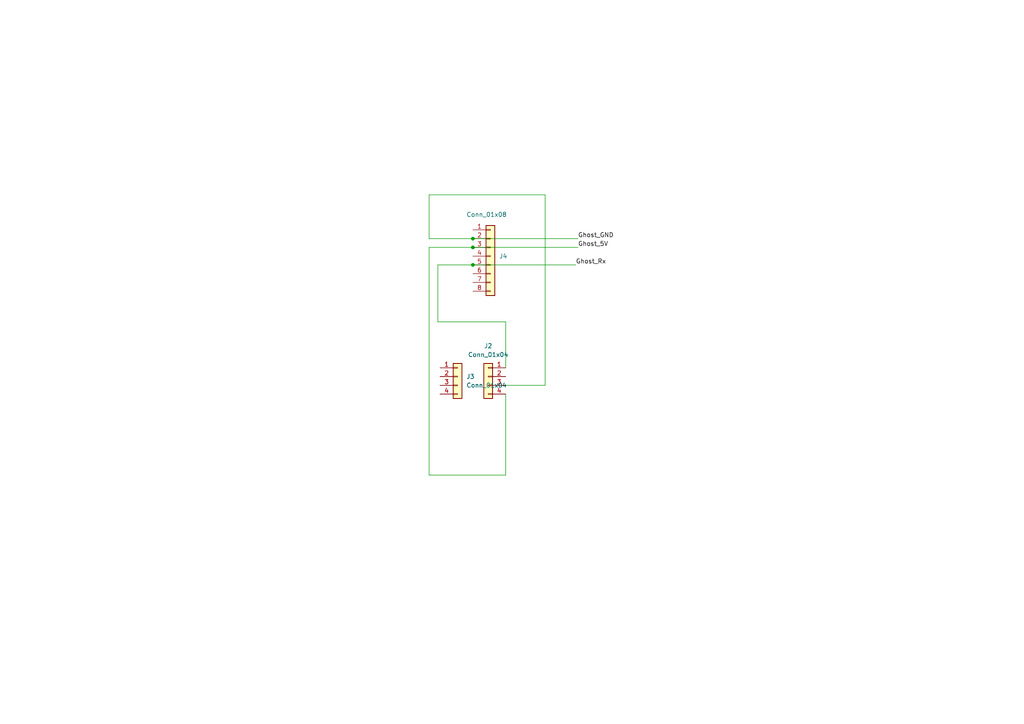
<source format=kicad_sch>
(kicad_sch (version 20230121) (generator eeschema)
  (paper "A4")
  (lib_symbols
    (symbol "Connector_Generic:Conn_01x04" (pin_names (offset 1.016) hide)
      (property "Reference" "J" (at 0 5.08 0))
      (property "Value" "Conn_01x04" (at 0 -7.62 0))
      (symbol "Conn_01x04_1_1"
        (rectangle (start -1.27 -4.953) (end 0 -5.207) (stroke (width 0.1524)))
        (rectangle (start -1.27 -2.413) (end 0 -2.667) (stroke (width 0.1524)))
        (rectangle (start -1.27 0.127) (end 0 -0.127) (stroke (width 0.1524)))
        (rectangle (start -1.27 2.667) (end 0 2.413) (stroke (width 0.1524)))
        (rectangle (start -1.27 3.81) (end 1.27 -6.35) (stroke (width 0.254)) (fill (type background)))
        (pin passive line (at -5.08 2.54 0) (length 3.81) (name "Pin_1") (number "1"))
        (pin passive line (at -5.08 0 0) (length 3.81) (name "Pin_2") (number "2"))
        (pin passive line (at -5.08 -2.54 0) (length 3.81) (name "Pin_3") (number "3"))
        (pin passive line (at -5.08 -5.08 0) (length 3.81) (name "Pin_4") (number "4"))
      )
    )
    (symbol "Connector_Generic:Conn_01x08" (pin_names (offset 1.016) hide)
      (property "Reference" "J" (at 0 10.16 0))
      (property "Value" "Conn_01x08" (at 0 -12.7 0))
      (symbol "Conn_01x08_1_1"
        (rectangle (start -1.27 -10.033) (end 0 -10.287) (stroke (width 0.1524)))
        (rectangle (start -1.27 -7.493) (end 0 -7.747) (stroke (width 0.1524)))
        (rectangle (start -1.27 -4.953) (end 0 -5.207) (stroke (width 0.1524)))
        (rectangle (start -1.27 -2.413) (end 0 -2.667) (stroke (width 0.1524)))
        (rectangle (start -1.27 0.127) (end 0 -0.127) (stroke (width 0.1524)))
        (rectangle (start -1.27 2.667) (end 0 2.413) (stroke (width 0.1524)))
        (rectangle (start -1.27 5.207) (end 0 4.953) (stroke (width 0.1524)))
        (rectangle (start -1.27 7.747) (end 0 7.493) (stroke (width 0.1524)))
        (rectangle (start -1.27 8.89) (end 1.27 -11.43) (stroke (width 0.254)) (fill (type background)))
        (pin passive line (at -5.08 7.62 0) (length 3.81) (name "Pin_1") (number "1"))
        (pin passive line (at -5.08 5.08 0) (length 3.81) (name "Pin_2") (number "2"))
        (pin passive line (at -5.08 2.54 0) (length 3.81) (name "Pin_3") (number "3"))
        (pin passive line (at -5.08 0 0) (length 3.81) (name "Pin_4") (number "4"))
        (pin passive line (at -5.08 -2.54 0) (length 3.81) (name "Pin_5") (number "5"))
        (pin passive line (at -5.08 -5.08 0) (length 3.81) (name "Pin_6") (number "6"))
        (pin passive line (at -5.08 -7.62 0) (length 3.81) (name "Pin_7") (number "7"))
        (pin passive line (at -5.08 -10.16 0) (length 3.81) (name "Pin_8") (number "8"))
      )
    )
  )
  (junction (at 137.16 76.835))
  (junction (at 137.16 69.215))
  (junction (at 137.16 71.755))
  (wire (pts (xy 127 76.835) (xy 137.16 76.835)))
  (wire (pts (xy 158.115 56.515) (xy 158.115 111.76)))
  (wire (pts (xy 124.46 56.515) (xy 158.115 56.515)))
  (wire (pts (xy 124.46 137.795) (xy 146.685 137.795)))
  (wire (pts (xy 124.46 71.755) (xy 124.46 137.795)))
  (wire (pts (xy 146.685 93.345) (xy 127 93.345)))
  (wire (pts (xy 146.685 106.68) (xy 146.685 93.345)))
  (wire (pts (xy 124.46 69.215) (xy 124.46 56.515)))
  (wire (pts (xy 146.685 137.795) (xy 146.685 114.3)))
  (wire (pts (xy 137.16 69.215) (xy 124.46 69.215)))
  (wire (pts (xy 137.16 69.215) (xy 167.64 69.215)))
  (wire (pts (xy 146.685 111.76) (xy 158.115 111.76)))
  (wire (pts (xy 127 93.345) (xy 127 76.835)))
  (wire (pts (xy 137.16 71.755) (xy 167.64 71.755)))
  (wire (pts (xy 137.16 71.755) (xy 124.46 71.755)))
  (wire (pts (xy 137.16 76.835) (xy 167.005 76.835)))
  (label "Ghost_5V" (at 167.64 71.755 0))
  (label "Ghost_Rx" (at 167.005 76.835 0))
  (label "Ghost_GND" (at 167.64 69.215 0))
  (symbol (lib_id "Connector_Generic:Conn_01x04") (at 141.605 109.22 0) (mirror y) (unit 1)
    (property "Reference" "J2" (at 141.605 100.33 0))
    (property "Value" "Conn_01x04" (at 141.605 102.87 0))
    (property "Footprint" "Connector_PinHeader_2.54mm:PinHeader_1x04_P2.54mm_Vertical" (effects hide))
  )
  (symbol (lib_id "Connector_Generic:Conn_01x04") (at 132.715 109.22 0) (unit 1)
    (property "Reference" "J3" (at 135.255 109.2199 0) (effects (justify left)))
    (property "Value" "Conn_01x04" (at 135.255 111.7599 0) (effects (justify left)))
    (property "Footprint" "Connector_PinHeader_2.54mm:PinHeader_1x04_P2.54mm_Vertical" (effects hide))
  )
  (symbol (lib_id "Connector_Generic:Conn_01x08") (at 142.24 74.295 0) (unit 1)
    (property "Reference" "J4" (at 144.78 74.2949 0) (effects (justify left)))
    (property "Value" "Conn_01x08" (at 135.255 62.23 0) (effects (justify left)))
    (property "Footprint" "Connector_PinHeader_2.54mm:PinHeader_1x08_P2.54mm_Vertical" (effects hide))
  )
)
</source>
